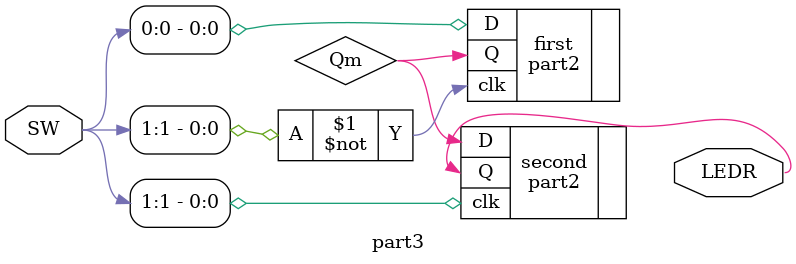
<source format=sv>
module part3 (
    input logic [1:0] SW,
    output logic [0:0] LEDR
);

    logic Qm;

    part2 first (
        .clk(~SW[1]),
        .D(SW[0]),
        .Q(Qm)
    );

    part2 second (
        .clk(SW[1]),
        .D(Qm),
        .Q(LEDR[0])
    );

endmodule
</source>
